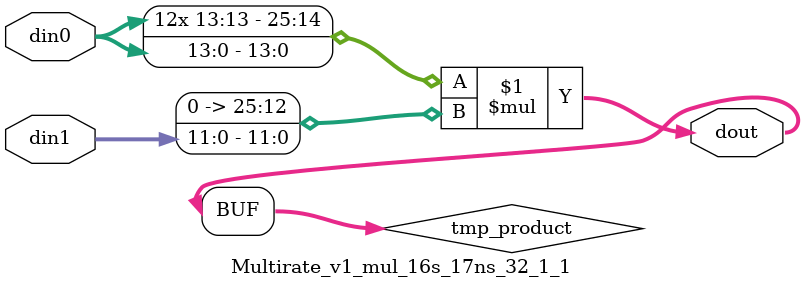
<source format=v>

`timescale 1 ns / 1 ps

 module Multirate_v1_mul_16s_17ns_32_1_1(din0, din1, dout);
parameter ID = 1;
parameter NUM_STAGE = 0;
parameter din0_WIDTH = 14;
parameter din1_WIDTH = 12;
parameter dout_WIDTH = 26;

input [din0_WIDTH - 1 : 0] din0; 
input [din1_WIDTH - 1 : 0] din1; 
output [dout_WIDTH - 1 : 0] dout;

wire signed [dout_WIDTH - 1 : 0] tmp_product;


























assign tmp_product = $signed(din0) * $signed({1'b0, din1});









assign dout = tmp_product;





















endmodule

</source>
